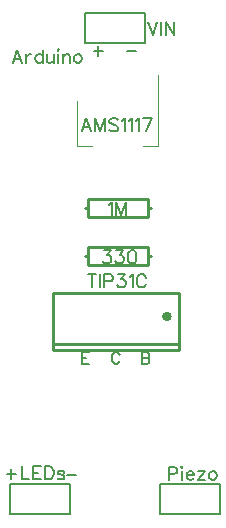
<source format=gto>
G04 ---------------------------- Layer name :TOP SILK LAYER*
G04 EasyEDA v5.3.14, Tue, 28 Apr 2020 13:33:28 GMT*
G04 Gerber Generator version 0.2*
G04 Scale: 100 percent, Rotated: No, Reflected: No *
G04 Dimensions in inches *
G04 leading zeros omitted , absolute positions ,2 integer and 4 decimal *
%FSLAX24Y24*%
%MOIN*%
G90*
G70D02*

%ADD10C,0.010000*%
%ADD19C,0.004724*%
%ADD20C,0.008000*%
%ADD21C,0.015748*%
%ADD22C,0.007000*%

%LPD*%
G54D10*
G01X5936Y5597D02*
G01X1763Y5597D01*
G01X1763Y7487D01*
G01X5936Y7487D01*
G01X5936Y5597D01*
G01X1763Y5794D02*
G01X5936Y5794D01*
G54D19*
G01X2557Y13868D02*
G01X2557Y12388D01*
G01X3053Y12388D01*
G01X5242Y14754D02*
G01X5242Y12388D01*
G01X4746Y12388D01*
G54D20*
G01X4800Y16800D02*
G01X4800Y15809D01*
G01X2800Y15809D01*
G01X2800Y16800D01*
G01X4800Y16800D01*
G01X2300Y1100D02*
G01X2300Y109D01*
G01X300Y109D01*
G01X300Y1100D01*
G01X2300Y1100D01*
G54D10*
G01X2900Y9000D02*
G01X4900Y9000D01*
G01X4900Y9000D02*
G01X4900Y8700D01*
G01X4900Y8700D02*
G01X4900Y8400D01*
G01X4900Y8400D02*
G01X2900Y8400D01*
G01X2900Y8400D02*
G01X2900Y8700D01*
G01X2900Y8700D02*
G01X2900Y9000D01*
G01X4900Y8700D02*
G01X5000Y8700D01*
G01X2900Y8700D02*
G01X2800Y8700D01*
G01X4900Y10000D02*
G01X2900Y10000D01*
G01X2900Y10000D02*
G01X2900Y10300D01*
G01X2900Y10300D02*
G01X2900Y10600D01*
G01X2900Y10600D02*
G01X4900Y10600D01*
G01X4900Y10600D02*
G01X4900Y10300D01*
G01X4900Y10300D02*
G01X4900Y10000D01*
G01X2900Y10300D02*
G01X2800Y10300D01*
G01X4900Y10300D02*
G01X5000Y10300D01*
G54D20*
G01X7300Y1100D02*
G01X7300Y109D01*
G01X5300Y109D01*
G01X5300Y1100D01*
G01X7300Y1100D01*
G54D22*
G01X3042Y8100D02*
G01X3042Y7671D01*
G01X2900Y8100D02*
G01X3186Y8100D01*
G01X3321Y8100D02*
G01X3321Y7671D01*
G01X3455Y8100D02*
G01X3455Y7671D01*
G01X3455Y8100D02*
G01X3640Y8100D01*
G01X3701Y8080D01*
G01X3721Y8059D01*
G01X3742Y8019D01*
G01X3742Y7957D01*
G01X3721Y7915D01*
G01X3701Y7896D01*
G01X3640Y7875D01*
G01X3455Y7875D01*
G01X3918Y8100D02*
G01X4143Y8100D01*
G01X4021Y7936D01*
G01X4081Y7936D01*
G01X4122Y7915D01*
G01X4143Y7896D01*
G01X4164Y7834D01*
G01X4164Y7794D01*
G01X4143Y7732D01*
G01X4102Y7690D01*
G01X4040Y7671D01*
G01X3980Y7671D01*
G01X3918Y7690D01*
G01X3898Y7711D01*
G01X3878Y7753D01*
G01X4298Y8019D02*
G01X4339Y8038D01*
G01X4401Y8100D01*
G01X4401Y7671D01*
G01X4843Y7998D02*
G01X4822Y8038D01*
G01X4781Y8080D01*
G01X4740Y8100D01*
G01X4659Y8100D01*
G01X4618Y8080D01*
G01X4577Y8038D01*
G01X4556Y7998D01*
G01X4535Y7936D01*
G01X4535Y7834D01*
G01X4556Y7773D01*
G01X4577Y7732D01*
G01X4618Y7690D01*
G01X4659Y7671D01*
G01X4740Y7671D01*
G01X4781Y7690D01*
G01X4822Y7732D01*
G01X4843Y7773D01*
G01X563Y15578D02*
G01X400Y15150D01*
G01X563Y15578D02*
G01X726Y15150D01*
G01X461Y15292D02*
G01X665Y15292D01*
G01X861Y15436D02*
G01X861Y15150D01*
G01X861Y15313D02*
G01X882Y15375D01*
G01X923Y15415D01*
G01X965Y15436D01*
G01X1026Y15436D01*
G01X1405Y15578D02*
G01X1405Y15150D01*
G01X1405Y15375D02*
G01X1365Y15415D01*
G01X1325Y15436D01*
G01X1263Y15436D01*
G01X1221Y15415D01*
G01X1180Y15375D01*
G01X1161Y15313D01*
G01X1161Y15273D01*
G01X1180Y15211D01*
G01X1221Y15169D01*
G01X1263Y15150D01*
G01X1325Y15150D01*
G01X1365Y15169D01*
G01X1405Y15211D01*
G01X1540Y15436D02*
G01X1540Y15232D01*
G01X1561Y15169D01*
G01X1603Y15150D01*
G01X1663Y15150D01*
G01X1705Y15169D01*
G01X1765Y15232D01*
G01X1765Y15436D02*
G01X1765Y15150D01*
G01X1901Y15578D02*
G01X1921Y15559D01*
G01X1942Y15578D01*
G01X1921Y15600D01*
G01X1901Y15578D01*
G01X1921Y15436D02*
G01X1921Y15150D01*
G01X2076Y15436D02*
G01X2076Y15150D01*
G01X2076Y15353D02*
G01X2138Y15415D01*
G01X2180Y15436D01*
G01X2240Y15436D01*
G01X2282Y15415D01*
G01X2301Y15353D01*
G01X2301Y15150D01*
G01X2540Y15436D02*
G01X2498Y15415D01*
G01X2457Y15375D01*
G01X2436Y15313D01*
G01X2436Y15273D01*
G01X2457Y15211D01*
G01X2498Y15169D01*
G01X2540Y15150D01*
G01X2601Y15150D01*
G01X2642Y15169D01*
G01X2682Y15211D01*
G01X2703Y15273D01*
G01X2703Y15313D01*
G01X2682Y15375D01*
G01X2642Y15415D01*
G01X2601Y15436D01*
G01X2540Y15436D01*
G01X2863Y13300D02*
G01X2699Y12871D01*
G01X2863Y13300D02*
G01X3026Y12871D01*
G01X2760Y13013D02*
G01X2965Y13013D01*
G01X3161Y13300D02*
G01X3161Y12871D01*
G01X3161Y13300D02*
G01X3325Y12871D01*
G01X3489Y13300D02*
G01X3325Y12871D01*
G01X3489Y13300D02*
G01X3489Y12871D01*
G01X3910Y13238D02*
G01X3869Y13280D01*
G01X3808Y13300D01*
G01X3726Y13300D01*
G01X3664Y13280D01*
G01X3624Y13238D01*
G01X3624Y13198D01*
G01X3644Y13157D01*
G01X3664Y13136D01*
G01X3705Y13115D01*
G01X3828Y13075D01*
G01X3869Y13055D01*
G01X3889Y13034D01*
G01X3910Y12994D01*
G01X3910Y12932D01*
G01X3869Y12890D01*
G01X3808Y12871D01*
G01X3726Y12871D01*
G01X3664Y12890D01*
G01X3624Y12932D01*
G01X4045Y13219D02*
G01X4086Y13238D01*
G01X4147Y13300D01*
G01X4147Y12871D01*
G01X4282Y13219D02*
G01X4323Y13238D01*
G01X4384Y13300D01*
G01X4384Y12871D01*
G01X4519Y13219D02*
G01X4560Y13238D01*
G01X4622Y13300D01*
G01X4622Y12871D01*
G01X5043Y13300D02*
G01X4839Y12871D01*
G01X4757Y13300D02*
G01X5043Y13300D01*
G01X4900Y16500D02*
G01X5064Y16071D01*
G01X5227Y16500D02*
G01X5064Y16071D01*
G01X5361Y16500D02*
G01X5361Y16071D01*
G01X5497Y16500D02*
G01X5497Y16071D01*
G01X5497Y16500D02*
G01X5784Y16071D01*
G01X5784Y16500D02*
G01X5784Y16071D01*
G01X700Y1700D02*
G01X700Y1271D01*
G01X700Y1271D02*
G01X944Y1271D01*
G01X1080Y1700D02*
G01X1080Y1271D01*
G01X1080Y1700D02*
G01X1346Y1700D01*
G01X1080Y1496D02*
G01X1244Y1496D01*
G01X1080Y1271D02*
G01X1346Y1271D01*
G01X1480Y1700D02*
G01X1480Y1271D01*
G01X1480Y1700D02*
G01X1625Y1700D01*
G01X1686Y1680D01*
G01X1726Y1638D01*
G01X1746Y1598D01*
G01X1767Y1536D01*
G01X1767Y1434D01*
G01X1746Y1373D01*
G01X1726Y1332D01*
G01X1686Y1290D01*
G01X1625Y1271D01*
G01X1480Y1271D01*
G01X2128Y1496D02*
G01X2107Y1536D01*
G01X2046Y1557D01*
G01X1984Y1557D01*
G01X1923Y1536D01*
G01X1903Y1496D01*
G01X1923Y1455D01*
G01X1963Y1434D01*
G01X2065Y1413D01*
G01X2107Y1394D01*
G01X2128Y1353D01*
G01X2128Y1332D01*
G01X2107Y1290D01*
G01X2046Y1271D01*
G01X1984Y1271D01*
G01X1923Y1290D01*
G01X1903Y1332D01*
G01X3600Y10419D02*
G01X3640Y10438D01*
G01X3701Y10500D01*
G01X3701Y10071D01*
G01X3836Y10500D02*
G01X3836Y10071D01*
G01X3836Y10500D02*
G01X4001Y10071D01*
G01X4164Y10500D02*
G01X4001Y10071D01*
G01X4164Y10500D02*
G01X4164Y10071D01*
G01X3440Y8900D02*
G01X3665Y8900D01*
G01X3542Y8736D01*
G01X3605Y8736D01*
G01X3644Y8715D01*
G01X3665Y8696D01*
G01X3686Y8634D01*
G01X3686Y8594D01*
G01X3665Y8532D01*
G01X3625Y8490D01*
G01X3563Y8471D01*
G01X3501Y8471D01*
G01X3440Y8490D01*
G01X3419Y8511D01*
G01X3400Y8553D01*
G01X3861Y8900D02*
G01X4086Y8900D01*
G01X3964Y8736D01*
G01X4026Y8736D01*
G01X4067Y8715D01*
G01X4086Y8696D01*
G01X4107Y8634D01*
G01X4107Y8594D01*
G01X4086Y8532D01*
G01X4046Y8490D01*
G01X3985Y8471D01*
G01X3923Y8471D01*
G01X3861Y8490D01*
G01X3842Y8511D01*
G01X3821Y8553D01*
G01X4364Y8900D02*
G01X4303Y8880D01*
G01X4263Y8819D01*
G01X4243Y8715D01*
G01X4243Y8655D01*
G01X4263Y8553D01*
G01X4303Y8490D01*
G01X4364Y8471D01*
G01X4406Y8471D01*
G01X4468Y8490D01*
G01X4509Y8553D01*
G01X4528Y8655D01*
G01X4528Y8715D01*
G01X4509Y8819D01*
G01X4468Y8880D01*
G01X4406Y8900D01*
G01X4364Y8900D01*
G01X5600Y1679D02*
G01X5600Y1250D01*
G01X5600Y1679D02*
G01X5784Y1679D01*
G01X5844Y1659D01*
G01X5865Y1639D01*
G01X5885Y1598D01*
G01X5885Y1536D01*
G01X5865Y1495D01*
G01X5844Y1475D01*
G01X5784Y1454D01*
G01X5600Y1454D01*
G01X6021Y1679D02*
G01X6042Y1659D01*
G01X6061Y1679D01*
G01X6042Y1700D01*
G01X6021Y1679D01*
G01X6042Y1536D02*
G01X6042Y1250D01*
G01X6197Y1414D02*
G01X6443Y1414D01*
G01X6443Y1454D01*
G01X6422Y1495D01*
G01X6402Y1516D01*
G01X6360Y1536D01*
G01X6300Y1536D01*
G01X6259Y1516D01*
G01X6218Y1475D01*
G01X6197Y1414D01*
G01X6197Y1373D01*
G01X6218Y1311D01*
G01X6259Y1270D01*
G01X6300Y1250D01*
G01X6360Y1250D01*
G01X6402Y1270D01*
G01X6443Y1311D01*
G01X6802Y1536D02*
G01X6577Y1250D01*
G01X6577Y1536D02*
G01X6802Y1536D01*
G01X6577Y1250D02*
G01X6802Y1250D01*
G01X7039Y1536D02*
G01X6998Y1516D01*
G01X6957Y1475D01*
G01X6938Y1414D01*
G01X6938Y1373D01*
G01X6957Y1311D01*
G01X6998Y1270D01*
G01X7039Y1250D01*
G01X7101Y1250D01*
G01X7142Y1270D01*
G01X7182Y1311D01*
G01X7203Y1373D01*
G01X7203Y1414D01*
G01X7182Y1475D01*
G01X7142Y1516D01*
G01X7101Y1536D01*
G01X7039Y1536D01*
G54D20*
G01X3263Y15700D02*
G01X3263Y15372D01*
G01X3100Y15536D02*
G01X3426Y15536D01*
G01X4200Y15536D02*
G01X4527Y15536D01*
G01X363Y1600D02*
G01X363Y1271D01*
G01X200Y1436D02*
G01X526Y1436D01*
G01X2200Y1400D02*
G01X2526Y1400D01*
G01X2700Y5500D02*
G01X2700Y5117D01*
G01X2700Y5500D02*
G01X2936Y5500D01*
G01X2700Y5317D02*
G01X2844Y5317D01*
G01X2700Y5117D02*
G01X2936Y5117D01*
G01X3972Y5409D02*
G01X3955Y5446D01*
G01X3918Y5482D01*
G01X3882Y5500D01*
G01X3809Y5500D01*
G01X3773Y5482D01*
G01X3736Y5446D01*
G01X3717Y5409D01*
G01X3700Y5355D01*
G01X3700Y5263D01*
G01X3717Y5209D01*
G01X3736Y5173D01*
G01X3773Y5136D01*
G01X3809Y5117D01*
G01X3882Y5117D01*
G01X3918Y5136D01*
G01X3955Y5173D01*
G01X3972Y5209D01*
G01X4700Y5500D02*
G01X4700Y5117D01*
G01X4700Y5500D02*
G01X4864Y5500D01*
G01X4918Y5482D01*
G01X4935Y5463D01*
G01X4955Y5426D01*
G01X4955Y5390D01*
G01X4935Y5355D01*
G01X4918Y5336D01*
G01X4864Y5317D01*
G01X4700Y5317D02*
G01X4864Y5317D01*
G01X4918Y5300D01*
G01X4935Y5282D01*
G01X4955Y5246D01*
G01X4955Y5190D01*
G01X4935Y5155D01*
G01X4918Y5136D01*
G01X4864Y5117D01*
G01X4700Y5117D01*
G54D21*
G75*
G01X5543Y6621D02*
G3X5542Y6621I-1J79D01*
G01*
M00*
M02*

</source>
